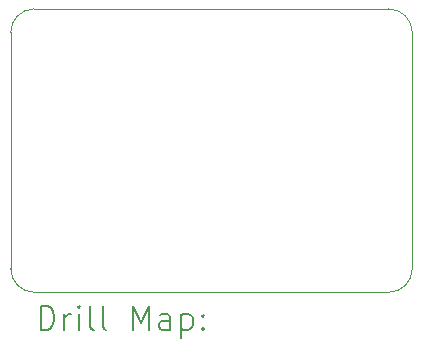
<source format=gbr>
%TF.GenerationSoftware,KiCad,Pcbnew,7.0.7-2.fc38*%
%TF.CreationDate,2023-11-16T23:21:04-08:00*%
%TF.ProjectId,TinySparrow,54696e79-5370-4617-9272-6f772e6b6963,rev?*%
%TF.SameCoordinates,Original*%
%TF.FileFunction,Drillmap*%
%TF.FilePolarity,Positive*%
%FSLAX45Y45*%
G04 Gerber Fmt 4.5, Leading zero omitted, Abs format (unit mm)*
G04 Created by KiCad (PCBNEW 7.0.7-2.fc38) date 2023-11-16 23:21:04*
%MOMM*%
%LPD*%
G01*
G04 APERTURE LIST*
%ADD10C,0.100000*%
%ADD11C,0.200000*%
G04 APERTURE END LIST*
D10*
X16900000Y-8180000D02*
G75*
G03*
X16700000Y-8380000I0J-200000D01*
G01*
X16900000Y-8180000D02*
X19900000Y-8180000D01*
X16700000Y-10380000D02*
X16700000Y-8380000D01*
X16900000Y-10580000D02*
X19900000Y-10580000D01*
X19900000Y-10580000D02*
G75*
G03*
X20100000Y-10380000I0J200000D01*
G01*
X20100000Y-10380000D02*
X20100000Y-8380000D01*
X20100000Y-8380000D02*
G75*
G03*
X19900000Y-8180000I-200000J0D01*
G01*
X16700000Y-10380000D02*
G75*
G03*
X16900000Y-10580000I200000J0D01*
G01*
D11*
X16955777Y-10896484D02*
X16955777Y-10696484D01*
X16955777Y-10696484D02*
X17003396Y-10696484D01*
X17003396Y-10696484D02*
X17031967Y-10706008D01*
X17031967Y-10706008D02*
X17051015Y-10725055D01*
X17051015Y-10725055D02*
X17060539Y-10744103D01*
X17060539Y-10744103D02*
X17070063Y-10782198D01*
X17070063Y-10782198D02*
X17070063Y-10810770D01*
X17070063Y-10810770D02*
X17060539Y-10848865D01*
X17060539Y-10848865D02*
X17051015Y-10867912D01*
X17051015Y-10867912D02*
X17031967Y-10886960D01*
X17031967Y-10886960D02*
X17003396Y-10896484D01*
X17003396Y-10896484D02*
X16955777Y-10896484D01*
X17155777Y-10896484D02*
X17155777Y-10763150D01*
X17155777Y-10801246D02*
X17165301Y-10782198D01*
X17165301Y-10782198D02*
X17174824Y-10772674D01*
X17174824Y-10772674D02*
X17193872Y-10763150D01*
X17193872Y-10763150D02*
X17212920Y-10763150D01*
X17279586Y-10896484D02*
X17279586Y-10763150D01*
X17279586Y-10696484D02*
X17270063Y-10706008D01*
X17270063Y-10706008D02*
X17279586Y-10715531D01*
X17279586Y-10715531D02*
X17289110Y-10706008D01*
X17289110Y-10706008D02*
X17279586Y-10696484D01*
X17279586Y-10696484D02*
X17279586Y-10715531D01*
X17403396Y-10896484D02*
X17384348Y-10886960D01*
X17384348Y-10886960D02*
X17374824Y-10867912D01*
X17374824Y-10867912D02*
X17374824Y-10696484D01*
X17508158Y-10896484D02*
X17489110Y-10886960D01*
X17489110Y-10886960D02*
X17479586Y-10867912D01*
X17479586Y-10867912D02*
X17479586Y-10696484D01*
X17736729Y-10896484D02*
X17736729Y-10696484D01*
X17736729Y-10696484D02*
X17803396Y-10839341D01*
X17803396Y-10839341D02*
X17870063Y-10696484D01*
X17870063Y-10696484D02*
X17870063Y-10896484D01*
X18051015Y-10896484D02*
X18051015Y-10791722D01*
X18051015Y-10791722D02*
X18041491Y-10772674D01*
X18041491Y-10772674D02*
X18022444Y-10763150D01*
X18022444Y-10763150D02*
X17984348Y-10763150D01*
X17984348Y-10763150D02*
X17965301Y-10772674D01*
X18051015Y-10886960D02*
X18031967Y-10896484D01*
X18031967Y-10896484D02*
X17984348Y-10896484D01*
X17984348Y-10896484D02*
X17965301Y-10886960D01*
X17965301Y-10886960D02*
X17955777Y-10867912D01*
X17955777Y-10867912D02*
X17955777Y-10848865D01*
X17955777Y-10848865D02*
X17965301Y-10829817D01*
X17965301Y-10829817D02*
X17984348Y-10820293D01*
X17984348Y-10820293D02*
X18031967Y-10820293D01*
X18031967Y-10820293D02*
X18051015Y-10810770D01*
X18146253Y-10763150D02*
X18146253Y-10963150D01*
X18146253Y-10772674D02*
X18165301Y-10763150D01*
X18165301Y-10763150D02*
X18203396Y-10763150D01*
X18203396Y-10763150D02*
X18222444Y-10772674D01*
X18222444Y-10772674D02*
X18231967Y-10782198D01*
X18231967Y-10782198D02*
X18241491Y-10801246D01*
X18241491Y-10801246D02*
X18241491Y-10858389D01*
X18241491Y-10858389D02*
X18231967Y-10877436D01*
X18231967Y-10877436D02*
X18222444Y-10886960D01*
X18222444Y-10886960D02*
X18203396Y-10896484D01*
X18203396Y-10896484D02*
X18165301Y-10896484D01*
X18165301Y-10896484D02*
X18146253Y-10886960D01*
X18327205Y-10877436D02*
X18336729Y-10886960D01*
X18336729Y-10886960D02*
X18327205Y-10896484D01*
X18327205Y-10896484D02*
X18317682Y-10886960D01*
X18317682Y-10886960D02*
X18327205Y-10877436D01*
X18327205Y-10877436D02*
X18327205Y-10896484D01*
X18327205Y-10772674D02*
X18336729Y-10782198D01*
X18336729Y-10782198D02*
X18327205Y-10791722D01*
X18327205Y-10791722D02*
X18317682Y-10782198D01*
X18317682Y-10782198D02*
X18327205Y-10772674D01*
X18327205Y-10772674D02*
X18327205Y-10791722D01*
M02*

</source>
